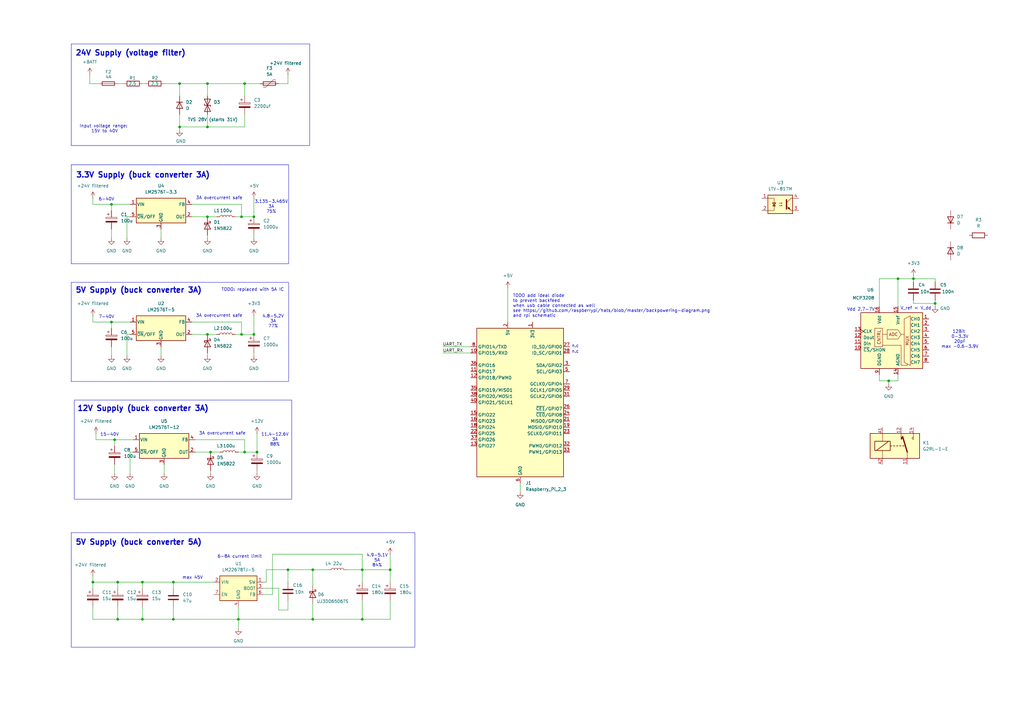
<source format=kicad_sch>
(kicad_sch (version 20231120) (generator "eeschema") (generator_version "8.0")
  (paper "A3")
  (lib_symbols
    (symbol "Analog_ADC:MCP3208" (pin_names (offset 1.016))
      (property "Reference" "U" (at -5.08 13.335 0))
      (property "Value" "MCP3208" (at -5.08 11.43 0))
      (symbol "MCP3208_0_0"
        (text "ADC" (at -0.635 1.27 0) (effects (font (size 1.27 1.27))))
        (text "CNTRL" (at 5.969 -2.921 900) (effects (font (size 1.27 1.27)) (justify left bottom)))
        (text "MUX" (at -6.35 -1.27 900) (effects (font (size 1.27 1.27))))
      )
      (symbol "MCP3208_0_1"
        (polyline (pts (xy -3.81 1.27) (xy -5.08 1.27)))
        (polyline (pts (xy 1.905 1.27) (xy 3.81 1.27)))
        (polyline (pts (xy -7.62 8.89) (xy -7.62 -11.43) (xy -5.08 -10.16) (xy -5.08 7.62) (xy -7.62 8.89)))
        (polyline (pts (xy 3.81 -3.175) (xy -3.81 -3.175) (xy -3.81 -11.43) (xy -6.35 -11.43) (xy -6.35 -10.795)))
        (polyline (pts (xy 1.905 3.175) (xy 1.905 -0.635) (xy -2.54 -0.635) (xy -3.81 1.27) (xy -2.54 3.175) (xy 1.905 3.175)))
        (rectangle (start 3.81 -3.81) (end 6.985 3.81))
        (rectangle (start 12.7 -12.7) (end -12.7 10.16) (stroke (width 0.254)) (fill (type background)))
      )
      (symbol "MCP3208_1_1"
        (pin input line (at -15.24 7.62 0) (length 2.54) (name "CH0") (number "1"))
        (pin input line (at 15.24 -5.08 180) (length 2.54) (name "~{CS}/SHDN") (number "10"))
        (pin input line (at 15.24 -2.54 180) (length 2.54) (name "Din") (number "11"))
        (pin output line (at 15.24 0 180) (length 2.54) (name "Dout") (number "12"))
        (pin input clock (at 15.24 2.54 180) (length 2.54) (name "CLK") (number "13"))
        (pin power_in line (at -2.54 -15.24 90) (length 2.54) (name "AGND") (number "14"))
        (pin power_in line (at -2.54 12.7 270) (length 2.54) (name "Vref") (number "15"))
        (pin power_in line (at 5.08 12.7 270) (length 2.54) (name "Vdd") (number "16"))
        (pin input line (at -15.24 5.08 0) (length 2.54) (name "CH1") (number "2"))
        (pin input line (at -15.24 2.54 0) (length 2.54) (name "CH2") (number "3"))
        (pin input line (at -15.24 0 0) (length 2.54) (name "CH3") (number "4"))
        (pin input line (at -15.24 -2.54 0) (length 2.54) (name "CH4") (number "5"))
        (pin input line (at -15.24 -5.08 0) (length 2.54) (name "CH5") (number "6"))
        (pin input line (at -15.24 -7.62 0) (length 2.54) (name "CH6") (number "7"))
        (pin input line (at -15.24 -10.16 0) (length 2.54) (name "CH7") (number "8"))
        (pin power_in line (at 5.08 -15.24 90) (length 2.54) (name "DGND") (number "9"))
      )
    )
    (symbol "Connector:Raspberry_Pi_2_3"
      (property "Reference" "J" (at -17.78 31.75 0))
      (property "Value" "Raspberry_Pi_2_3" (at 10.16 -31.75 0))
      (symbol "Raspberry_Pi_2_3_0_1"
        (rectangle (start -17.78 30.48) (end 17.78 -30.48) (stroke (width 0.254)) (fill (type background)))
      )
      (symbol "Raspberry_Pi_2_3_1_1"
        (pin power_in line (at 5.08 33.02 270) (length 2.54) (name "3V3") (number "1"))
        (pin bidirectional line (at -20.32 20.32 0) (length 2.54) (name "GPIO15/RXD") (number "10"))
        (pin bidirectional line (at -20.32 12.7 0) (length 2.54) (name "GPIO17") (number "11"))
        (pin bidirectional line (at -20.32 10.16 0) (length 2.54) (name "GPIO18/PWM0") (number "12"))
        (pin bidirectional line (at -20.32 -17.78 0) (length 2.54) (name "GPIO27") (number "13"))
        (pin passive line (at 0 -33.02 90) (length 2.54) hide (name "GND") (number "14"))
        (pin bidirectional line (at -20.32 -5.08 0) (length 2.54) (name "GPIO22") (number "15"))
        (pin bidirectional line (at -20.32 -7.62 0) (length 2.54) (name "GPIO23") (number "16"))
        (pin passive line (at 5.08 33.02 270) (length 2.54) hide (name "3V3") (number "17"))
        (pin bidirectional line (at -20.32 -10.16 0) (length 2.54) (name "GPIO24") (number "18"))
        (pin bidirectional line (at 20.32 -10.16 180) (length 2.54) (name "MOSI0/GPIO10") (number "19"))
        (pin power_in line (at -5.08 33.02 270) (length 2.54) (name "5V") (number "2"))
        (pin passive line (at 0 -33.02 90) (length 2.54) hide (name "GND") (number "20"))
        (pin bidirectional line (at 20.32 -7.62 180) (length 2.54) (name "MISO0/GPIO9") (number "21"))
        (pin bidirectional line (at -20.32 -12.7 0) (length 2.54) (name "GPIO25") (number "22"))
        (pin bidirectional line (at 20.32 -12.7 180) (length 2.54) (name "SCLK0/GPIO11") (number "23"))
        (pin bidirectional line (at 20.32 -5.08 180) (length 2.54) (name "~{CE0}/GPIO8") (number "24"))
        (pin passive line (at 0 -33.02 90) (length 2.54) hide (name "GND") (number "25"))
        (pin bidirectional line (at 20.32 -2.54 180) (length 2.54) (name "~{CE1}/GPIO7") (number "26"))
        (pin bidirectional line (at 20.32 22.86 180) (length 2.54) (name "ID_SD/GPIO0") (number "27"))
        (pin bidirectional line (at 20.32 20.32 180) (length 2.54) (name "ID_SC/GPIO1") (number "28"))
        (pin bidirectional line (at 20.32 5.08 180) (length 2.54) (name "GCLK1/GPIO5") (number "29"))
        (pin bidirectional line (at 20.32 15.24 180) (length 2.54) (name "SDA/GPIO2") (number "3"))
        (pin passive line (at 0 -33.02 90) (length 2.54) hide (name "GND") (number "30"))
        (pin bidirectional line (at 20.32 2.54 180) (length 2.54) (name "GCLK2/GPIO6") (number "31"))
        (pin bidirectional line (at 20.32 -17.78 180) (length 2.54) (name "PWM0/GPIO12") (number "32"))
        (pin bidirectional line (at 20.32 -20.32 180) (length 2.54) (name "PWM1/GPIO13") (number "33"))
        (pin passive line (at 0 -33.02 90) (length 2.54) hide (name "GND") (number "34"))
        (pin bidirectional line (at -20.32 5.08 0) (length 2.54) (name "GPIO19/MISO1") (number "35"))
        (pin bidirectional line (at -20.32 15.24 0) (length 2.54) (name "GPIO16") (number "36"))
        (pin bidirectional line (at -20.32 -15.24 0) (length 2.54) (name "GPIO26") (number "37"))
        (pin bidirectional line (at -20.32 2.54 0) (length 2.54) (name "GPIO20/MOSI1") (number "38"))
        (pin passive line (at 0 -33.02 90) (length 2.54) hide (name "GND") (number "39"))
        (pin passive line (at -5.08 33.02 270) (length 2.54) hide (name "5V") (number "4"))
        (pin bidirectional line (at -20.32 0 0) (length 2.54) (name "GPIO21/SCLK1") (number "40"))
        (pin bidirectional line (at 20.32 12.7 180) (length 2.54) (name "SCL/GPIO3") (number "5"))
        (pin power_in line (at 0 -33.02 90) (length 2.54) (name "GND") (number "6"))
        (pin bidirectional line (at 20.32 7.62 180) (length 2.54) (name "GCLK0/GPIO4") (number "7"))
        (pin bidirectional line (at -20.32 22.86 0) (length 2.54) (name "GPIO14/TXD") (number "8"))
        (pin passive line (at 0 -33.02 90) (length 2.54) hide (name "GND") (number "9"))
      )
    )
    (symbol "Device:C" (pin_numbers hide) (pin_names (offset 0.254))
      (property "Reference" "C" (at 0.635 2.54 0))
      (property "Value" "C" (at 0.635 -2.54 0))
      (symbol "C_0_1"
        (polyline (pts (xy -2.032 -0.762) (xy 2.032 -0.762)) (stroke (width 0.508)))
        (polyline (pts (xy -2.032 0.762) (xy 2.032 0.762)) (stroke (width 0.508)))
      )
      (symbol "C_1_1"
        (pin passive line (at 0 3.81 270) (length 2.794) (name "~") (number "1"))
        (pin passive line (at 0 -3.81 90) (length 2.794) (name "~") (number "2"))
      )
    )
    (symbol "Device:C_Polarized" (pin_numbers hide) (pin_names (offset 0.254))
      (property "Reference" "C" (at 0.635 2.54 0))
      (property "Value" "C_Polarized" (at 0.635 -2.54 0))
      (symbol "C_Polarized_0_1"
        (rectangle (start -2.286 0.508) (end 2.286 1.016))
        (polyline (pts (xy -1.778 2.286) (xy -0.762 2.286)))
        (polyline (pts (xy -1.27 2.794) (xy -1.27 1.778)))
        (rectangle (start 2.286 -0.508) (end -2.286 -1.016) (fill (type outline)))
      )
      (symbol "C_Polarized_1_1"
        (pin passive line (at 0 3.81 270) (length 2.794) (name "~") (number "1"))
        (pin passive line (at 0 -3.81 90) (length 2.794) (name "~") (number "2"))
      )
    )
    (symbol "Device:D" (pin_numbers hide) (pin_names (offset 1.016) hide)
      (property "Reference" "D" (at 0 2.54 0))
      (property "Value" "D" (at 0 -2.54 0))
      (symbol "D_0_1"
        (polyline (pts (xy -1.27 1.27) (xy -1.27 -1.27)) (stroke (width 0.254)))
        (polyline (pts (xy 1.27 0) (xy -1.27 0)))
        (polyline (pts (xy 1.27 1.27) (xy 1.27 -1.27) (xy -1.27 0) (xy 1.27 1.27)) (stroke (width 0.254)))
      )
      (symbol "D_1_1"
        (pin passive line (at -3.81 0 0) (length 2.54) (name "K") (number "1"))
        (pin passive line (at 3.81 0 180) (length 2.54) (name "A") (number "2"))
      )
    )
    (symbol "Device:D_Schottky" (pin_numbers hide) (pin_names (offset 1.016) hide)
      (property "Reference" "D" (at 0 2.54 0))
      (property "Value" "D_Schottky" (at 0 -2.54 0))
      (symbol "D_Schottky_0_1"
        (polyline (pts (xy 1.27 0) (xy -1.27 0)))
        (polyline (pts (xy 1.27 1.27) (xy 1.27 -1.27) (xy -1.27 0) (xy 1.27 1.27)) (stroke (width 0.254)))
        (polyline (pts (xy -1.905 0.635) (xy -1.905 1.27) (xy -1.27 1.27) (xy -1.27 -1.27) (xy -0.635 -1.27) (xy -0.635 -0.635)) (stroke (width 0.254)))
      )
      (symbol "D_Schottky_1_1"
        (pin passive line (at -3.81 0 0) (length 2.54) (name "K") (number "1"))
        (pin passive line (at 3.81 0 180) (length 2.54) (name "A") (number "2"))
      )
    )
    (symbol "Device:Fuse" (pin_numbers hide) (pin_names (offset 0))
      (property "Reference" "F" (at 2.032 0 90))
      (property "Value" "Fuse" (at -1.905 0 90))
      (symbol "Fuse_0_1"
        (rectangle (start -0.762 -2.54) (end 0.762 2.54) (stroke (width 0.254)))
        (polyline (pts (xy 0 2.54) (xy 0 -2.54)))
      )
      (symbol "Fuse_1_1"
        (pin passive line (at 0 3.81 270) (length 1.27) (name "~") (number "1"))
        (pin passive line (at 0 -3.81 90) (length 1.27) (name "~") (number "2"))
      )
    )
    (symbol "Device:L" (pin_numbers hide) (pin_names (offset 1.016) hide)
      (property "Reference" "L" (at -1.27 0 90))
      (property "Value" "L" (at 1.905 0 90))
      (symbol "L_0_1"
        (arc (start 0 -2.54) (mid 0.6323 -1.905) (end 0 -1.27))
        (arc (start 0 -1.27) (mid 0.6323 -0.635) (end 0 0))
        (arc (start 0 0) (mid 0.6323 0.635) (end 0 1.27))
        (arc (start 0 1.27) (mid 0.6323 1.905) (end 0 2.54))
      )
      (symbol "L_1_1"
        (pin passive line (at 0 3.81 270) (length 1.27) (name "1") (number "1"))
        (pin passive line (at 0 -3.81 90) (length 1.27) (name "2") (number "2"))
      )
    )
    (symbol "Device:Polyfuse" (pin_numbers hide) (pin_names (offset 0))
      (property "Reference" "F" (at -2.54 0 90))
      (property "Value" "Polyfuse" (at 2.54 0 90))
      (symbol "Polyfuse_0_1"
        (rectangle (start -0.762 2.54) (end 0.762 -2.54) (stroke (width 0.254)))
        (polyline (pts (xy 0 2.54) (xy 0 -2.54)))
        (polyline (pts (xy -1.524 2.54) (xy -1.524 1.524) (xy 1.524 -1.524) (xy 1.524 -2.54)))
      )
      (symbol "Polyfuse_1_1"
        (pin passive line (at 0 3.81 270) (length 1.27) (name "~") (number "1"))
        (pin passive line (at 0 -3.81 90) (length 1.27) (name "~") (number "2"))
      )
    )
    (symbol "Device:R" (pin_numbers hide) (pin_names (offset 0))
      (property "Reference" "R" (at 2.032 0 90))
      (property "Value" "R" (at 0 0 90))
      (symbol "R_0_1"
        (rectangle (start -1.016 -2.54) (end 1.016 2.54) (stroke (width 0.254)))
      )
      (symbol "R_1_1"
        (pin passive line (at 0 3.81 270) (length 1.27) (name "~") (number "1"))
        (pin passive line (at 0 -3.81 90) (length 1.27) (name "~") (number "2"))
      )
    )
    (symbol "Diode:1.5KExxCA" (pin_numbers hide) (pin_names (offset 1.016) hide)
      (property "Reference" "D" (at 0 2.54 0))
      (property "Value" "1.5KExxCA" (at 0 -2.54 0))
      (symbol "1.5KExxCA_0_1"
        (polyline (pts (xy 1.27 0) (xy -1.27 0)))
        (polyline (pts (xy -2.54 -1.27) (xy 0 0) (xy -2.54 1.27) (xy -2.54 -1.27)) (stroke (width 0.254)))
        (polyline (pts (xy 0.508 1.27) (xy 0 1.27) (xy 0 -1.27) (xy -0.508 -1.27)) (stroke (width 0.254)))
        (polyline (pts (xy 2.54 1.27) (xy 2.54 -1.27) (xy 0 0) (xy 2.54 1.27)) (stroke (width 0.254)))
      )
      (symbol "1.5KExxCA_1_1"
        (pin passive line (at -3.81 0 0) (length 2.54) (name "A1") (number "1"))
        (pin passive line (at 3.81 0 180) (length 2.54) (name "A2") (number "2"))
      )
    )
    (symbol "Diode:1N5822" (pin_numbers hide) (pin_names (offset 1.016) hide)
      (property "Reference" "D" (at 0 2.54 0))
      (property "Value" "1N5822" (at 0 -2.54 0))
      (symbol "1N5822_0_1"
        (polyline (pts (xy 1.27 0) (xy -1.27 0)))
        (polyline (pts (xy 1.27 1.27) (xy 1.27 -1.27) (xy -1.27 0) (xy 1.27 1.27)) (stroke (width 0.254)))
        (polyline (pts (xy -1.905 0.635) (xy -1.905 1.27) (xy -1.27 1.27) (xy -1.27 -1.27) (xy -0.635 -1.27) (xy -0.635 -0.635)) (stroke (width 0.254)))
      )
      (symbol "1N5822_1_1"
        (pin passive line (at -3.81 0 0) (length 2.54) (name "K") (number "1"))
        (pin passive line (at 3.81 0 180) (length 2.54) (name "A") (number "2"))
      )
    )
    (symbol "Isolator:LTV-817M" (pin_names (offset 1.016))
      (property "Reference" "U" (at -3.81 5.08 0))
      (property "Value" "LTV-817M" (at 0 -5.08 0))
      (symbol "LTV-817M_1_1"
        (rectangle (start -5.08 3.81) (end 5.08 -3.81) (stroke (width 0.254)) (fill (type background)))
        (polyline (pts (xy -3.175 -0.635) (xy -1.905 -0.635)) (stroke (width 0.254)))
        (polyline (pts (xy 2.54 0.635) (xy 4.445 2.54)))
        (polyline (pts (xy 4.445 -2.54) (xy 2.54 -0.635)) (fill (type outline)))
        (polyline (pts (xy 4.445 -2.54) (xy 5.08 -2.54)))
        (polyline (pts (xy 4.445 2.54) (xy 5.08 2.54)))
        (polyline (pts (xy -5.08 2.54) (xy -2.54 2.54) (xy -2.54 -0.762)))
        (polyline (pts (xy -2.54 -0.635) (xy -2.54 -2.54) (xy -5.08 -2.54)))
        (polyline (pts (xy 2.54 1.905) (xy 2.54 -1.905) (xy 2.54 -1.905)) (stroke (width 0.508)))
        (polyline (pts (xy -2.54 -0.635) (xy -3.175 0.635) (xy -1.905 0.635) (xy -2.54 -0.635)) (stroke (width 0.254)))
        (polyline (pts (xy -0.508 -0.508) (xy 0.762 -0.508) (xy 0.381 -0.635) (xy 0.381 -0.381) (xy 0.762 -0.508)))
        (polyline (pts (xy -0.508 0.508) (xy 0.762 0.508) (xy 0.381 0.381) (xy 0.381 0.635) (xy 0.762 0.508)))
        (polyline (pts (xy 3.048 -1.651) (xy 3.556 -1.143) (xy 4.064 -2.159) (xy 3.048 -1.651) (xy 3.048 -1.651)) (fill (type outline)))
        (pin passive line (at -7.62 2.54 0) (length 2.54) (name "~") (number "1"))
        (pin passive line (at -7.62 -2.54 0) (length 2.54) (name "~") (number "2"))
        (pin passive line (at 7.62 -2.54 180) (length 2.54) (name "~") (number "3"))
        (pin passive line (at 7.62 2.54 180) (length 2.54) (name "~") (number "4"))
      )
    )
    (symbol "Regulator_Switching:LM22678TJ-5"
      (property "Reference" "U" (at -6.35 6.35 0))
      (property "Value" "LM22678TJ-5" (at 5.08 6.35 0))
      (symbol "LM22678TJ-5_0_1"
        (rectangle (start -7.62 5.08) (end 7.62 -5.08) (stroke (width 0.254)) (fill (type background)))
      )
      (symbol "LM22678TJ-5_1_1"
        (pin power_out line (at 10.16 2.54 180) (length 2.54) (name "SW") (number "1"))
        (pin power_in line (at -10.16 2.54 0) (length 2.54) (name "VIN") (number "2"))
        (pin passive line (at 10.16 0 180) (length 2.54) (name "BOOT") (number "3"))
        (pin power_in line (at 0 -7.62 90) (length 2.54) (name "GND") (number "4"))
        (pin no_connect line (at -7.62 0 0) (length 2.54) hide (name "NC") (number "5"))
        (pin input line (at 10.16 -2.54 180) (length 2.54) (name "FB") (number "6"))
        (pin input line (at -10.16 -2.54 0) (length 2.54) (name "EN") (number "7"))
        (pin passive line (at 0 -7.62 90) (length 2.54) hide (name "GND") (number "8"))
      )
    )
    (symbol "Regulator_Switching:LM2576T-12" (pin_names (offset 0.254))
      (property "Reference" "U" (at -10.16 6.35 0))
      (property "Value" "LM2576T-12" (at 0 6.35 0))
      (symbol "LM2576T-12_0_1"
        (rectangle (start -10.16 5.08) (end 10.16 -5.08) (stroke (width 0.254)) (fill (type background)))
      )
      (symbol "LM2576T-12_1_1"
        (pin power_in line (at -12.7 2.54 0) (length 2.54) (name "VIN") (number "1"))
        (pin output line (at 12.7 -2.54 180) (length 2.54) (name "OUT") (number "2"))
        (pin power_in line (at 0 -7.62 90) (length 2.54) (name "GND") (number "3"))
        (pin input line (at 12.7 2.54 180) (length 2.54) (name "FB") (number "4"))
        (pin input line (at -12.7 -2.54 0) (length 2.54) (name "~{ON}/OFF") (number "5"))
      )
    )
    (symbol "Regulator_Switching:LM2576T-3.3" (pin_names (offset 0.254))
      (property "Reference" "U" (at -10.16 6.35 0))
      (property "Value" "LM2576T-3.3" (at 0 6.35 0))
      (symbol "LM2576T-3.3_0_1"
        (rectangle (start -10.16 5.08) (end 10.16 -5.08) (stroke (width 0.254)) (fill (type background)))
      )
      (symbol "LM2576T-3.3_1_1"
        (pin power_in line (at -12.7 2.54 0) (length 2.54) (name "VIN") (number "1"))
        (pin output line (at 12.7 -2.54 180) (length 2.54) (name "OUT") (number "2"))
        (pin power_in line (at 0 -7.62 90) (length 2.54) (name "GND") (number "3"))
        (pin input line (at 12.7 2.54 180) (length 2.54) (name "FB") (number "4"))
        (pin input line (at -12.7 -2.54 0) (length 2.54) (name "~{ON}/OFF") (number "5"))
      )
    )
    (symbol "Regulator_Switching:LM2576T-5" (pin_names (offset 0.254))
      (property "Reference" "U" (at -10.16 6.35 0))
      (property "Value" "LM2576T-5" (at 0 6.35 0))
      (symbol "LM2576T-5_0_1"
        (rectangle (start -10.16 5.08) (end 10.16 -5.08) (stroke (width 0.254)) (fill (type background)))
      )
      (symbol "LM2576T-5_1_1"
        (pin power_in line (at -12.7 2.54 0) (length 2.54) (name "VIN") (number "1"))
        (pin output line (at 12.7 -2.54 180) (length 2.54) (name "OUT") (number "2"))
        (pin power_in line (at 0 -7.62 90) (length 2.54) (name "GND") (number "3"))
        (pin input line (at 12.7 2.54 180) (length 2.54) (name "FB") (number "4"))
        (pin input line (at -12.7 -2.54 0) (length 2.54) (name "~{ON}/OFF") (number "5"))
      )
    )
    (symbol "Relay:G2RL-1-E"
      (property "Reference" "K" (at 11.43 3.81 0))
      (property "Value" "G2RL-1-E" (at 11.43 1.27 0))
      (symbol "G2RL-1-E_0_0"
        (polyline (pts (xy 7.62 5.08) (xy 7.62 2.54) (xy 6.985 3.175) (xy 7.62 3.81)))
      )
      (symbol "G2RL-1-E_0_1"
        (rectangle (start -10.16 5.08) (end 10.16 -5.08) (stroke (width 0.254)) (fill (type background)))
        (rectangle (start -8.255 1.905) (end -1.905 -1.905) (stroke (width 0.254)))
        (polyline (pts (xy -7.62 -1.905) (xy -2.54 1.905)) (stroke (width 0.254)))
        (polyline (pts (xy -5.08 -5.08) (xy -5.08 -1.905)))
        (polyline (pts (xy -5.08 5.08) (xy -5.08 1.905)))
        (polyline (pts (xy -1.905 0) (xy -1.27 0)) (stroke (width 0.254)))
        (polyline (pts (xy -0.635 0) (xy 0 0)) (stroke (width 0.254)))
        (polyline (pts (xy 0.635 0) (xy 1.27 0)) (stroke (width 0.254)))
        (polyline (pts (xy 1.905 0) (xy 2.54 0)) (stroke (width 0.254)))
        (polyline (pts (xy 3.175 0) (xy 3.81 0)) (stroke (width 0.254)))
        (polyline (pts (xy 5.08 -2.54) (xy 3.175 3.81)) (stroke (width 0.508)))
        (polyline (pts (xy 5.08 -2.54) (xy 5.08 -5.08)))
        (polyline (pts (xy 2.54 5.08) (xy 2.54 2.54) (xy 3.175 3.175) (xy 2.54 3.81)) (fill (type outline)))
      )
      (symbol "G2RL-1-E_1_1"
        (pin passive line (at 5.08 -7.62 90) (length 2.54) (name "~") (number "11"))
        (pin passive line (at 2.54 7.62 270) (length 2.54) (name "~") (number "12"))
        (pin passive line (at 7.62 7.62 270) (length 2.54) (name "~") (number "14"))
        (pin passive line (at -5.08 7.62 270) (length 2.54) (name "~") (number "A1"))
        (pin passive line (at -5.08 -7.62 90) (length 2.54) (name "~") (number "A2"))
      )
    )
    (symbol "power:+12V" (power) (pin_numbers hide) (pin_names (offset 0) hide)
      (property "Value" "+12V" (at 0 3.556 0))
      (symbol "+12V_0_1"
        (polyline (pts (xy -0.762 1.27) (xy 0 2.54)))
        (polyline (pts (xy 0 0) (xy 0 2.54)))
        (polyline (pts (xy 0 2.54) (xy 0.762 1.27)))
      )
      (symbol "+12V_1_1"
        (pin power_in line (at 0 0 90) (length 0) (name "~") (number "1"))
      )
    )
    (symbol "power:+24V" (power) (pin_numbers hide) (pin_names (offset 0) hide)
      (property "Value" "+24V" (at 0 3.556 0))
      (symbol "+24V_0_1"
        (polyline (pts (xy -0.762 1.27) (xy 0 2.54)))
        (polyline (pts (xy 0 0) (xy 0 2.54)))
        (polyline (pts (xy 0 2.54) (xy 0.762 1.27)))
      )
      (symbol "+24V_1_1"
        (pin power_in line (at 0 0 90) (length 0) (name "~") (number "1"))
      )
    )
    (symbol "power:+3V3" (power) (pin_numbers hide) (pin_names (offset 0) hide)
      (property "Value" "+3V3" (at 0 3.556 0))
      (symbol "+3V3_0_1"
        (polyline (pts (xy -0.762 1.27) (xy 0 2.54)))
        (polyline (pts (xy 0 0) (xy 0 2.54)))
        (polyline (pts (xy 0 2.54) (xy 0.762 1.27)))
      )
      (symbol "+3V3_1_1"
        (pin power_in line (at 0 0 90) (length 0) (name "~") (number "1"))
      )
    )
    (symbol "power:+5V" (power) (pin_numbers hide) (pin_names (offset 0) hide)
      (property "Value" "+5V" (at 0 3.556 0))
      (symbol "+5V_0_1"
        (polyline (pts (xy -0.762 1.27) (xy 0 2.54)))
        (polyline (pts (xy 0 0) (xy 0 2.54)))
        (polyline (pts (xy 0 2.54) (xy 0.762 1.27)))
      )
      (symbol "+5V_1_1"
        (pin power_in line (at 0 0 90) (length 0) (name "~") (number "1"))
      )
    )
    (symbol "power:+BATT" (power) (pin_numbers hide) (pin_names (offset 0) hide)
      (property "Value" "+BATT" (at 0 3.556 0))
      (symbol "+BATT_0_1"
        (polyline (pts (xy -0.762 1.27) (xy 0 2.54)))
        (polyline (pts (xy 0 0) (xy 0 2.54)))
        (polyline (pts (xy 0 2.54) (xy 0.762 1.27)))
      )
      (symbol "+BATT_1_1"
        (pin power_in line (at 0 0 90) (length 0) (name "~") (number "1"))
      )
    )
    (symbol "power:GND" (power) (pin_numbers hide) (pin_names (offset 0) hide)
      (property "Value" "GND" (at 0 -3.81 0))
      (symbol "GND_0_1"
        (polyline (pts (xy 0 0) (xy 0 -1.27) (xy 1.27 -1.27) (xy 0 -2.54) (xy -1.27 -1.27) (xy 0 -1.27)))
      )
      (symbol "GND_1_1"
        (pin power_in line (at 0 0 270) (length 0) (name "~") (number "1"))
      )
    )
  )
  (junction (at 45.72 132.08))
  (junction (at 48.26 254))
  (junction (at 71.12 238.76))
  (junction (at 104.14 137.16))
  (junction (at 85.09 34.29))
  (junction (at 128.27 233.68))
  (junction (at 364.49 156.21))
  (junction (at 48.26 238.76))
  (junction (at 58.42 238.76))
  (junction (at 374.65 114.3))
  (junction (at 71.12 254))
  (junction (at 105.41 185.42))
  (junction (at 104.14 88.9))
  (junction (at 45.72 83.82))
  (junction (at 99.06 137.16))
  (junction (at 368.3 114.3))
  (junction (at 100.33 185.42))
  (junction (at 160.02 233.68))
  (junction (at 73.66 52.07))
  (junction (at 383.54 124.46))
  (junction (at 58.42 254))
  (junction (at 148.59 254))
  (junction (at 99.06 88.9))
  (junction (at 85.09 137.16))
  (junction (at 46.99 180.34))
  (junction (at 148.59 233.68))
  (junction (at 38.1 238.76))
  (junction (at 128.27 254))
  (junction (at 86.36 185.42))
  (junction (at 85.09 88.9))
  (junction (at 73.66 34.29))
  (junction (at 100.33 34.29))
  (junction (at 85.09 52.07))
  (junction (at 118.11 233.68))
  (junction (at 97.79 254))
  (wire (pts (xy 383.54 123.19) (xy 383.54 124.46)))
  (wire (pts (xy 99.06 132.08) (xy 99.06 137.16)))
  (wire (pts (xy 128.27 247.65) (xy 128.27 254)))
  (wire (pts (xy 360.68 125.73) (xy 360.68 114.3)))
  (wire (pts (xy 45.72 83.82) (xy 53.34 83.82)))
  (wire (pts (xy 99.06 137.16) (xy 104.14 137.16)))
  (wire (pts (xy 52.07 97.79) (xy 52.07 88.9)))
  (wire (pts (xy 38.1 132.08) (xy 45.72 132.08)))
  (wire (pts (xy 148.59 233.68) (xy 148.59 238.76)))
  (wire (pts (xy 52.07 137.16) (xy 53.34 137.16)))
  (wire (pts (xy 148.59 233.68) (xy 160.02 233.68)))
  (wire (pts (xy 105.41 193.04) (xy 105.41 194.31)))
  (wire (pts (xy 160.02 246.38) (xy 160.02 254)))
  (wire (pts (xy 73.66 34.29) (xy 73.66 39.37)))
  (wire (pts (xy 374.65 124.46) (xy 383.54 124.46)))
  (wire (pts (xy 85.09 88.9) (xy 88.9 88.9)))
  (wire (pts (xy 71.12 254) (xy 97.79 254)))
  (wire (pts (xy 142.24 233.68) (xy 148.59 233.68)))
  (wire (pts (xy 73.66 52.07) (xy 73.66 53.34)))
  (wire (pts (xy 39.37 177.8) (xy 39.37 180.34)))
  (wire (pts (xy 45.72 142.24) (xy 45.72 146.05)))
  (wire (pts (xy 86.36 185.42) (xy 80.01 185.42)))
  (wire (pts (xy 364.49 156.21) (xy 368.3 156.21)))
  (wire (pts (xy 213.36 198.12) (xy 213.36 201.93)))
  (wire (pts (xy 208.28 118.11) (xy 208.28 132.08)))
  (wire (pts (xy 36.83 30.48) (xy 36.83 34.29)))
  (wire (pts (xy 85.09 137.16) (xy 88.9 137.16)))
  (wire (pts (xy 96.52 88.9) (xy 99.06 88.9)))
  (wire (pts (xy 58.42 254) (xy 71.12 254)))
  (wire (pts (xy 118.11 233.68) (xy 118.11 238.76)))
  (wire (pts (xy 160.02 254) (xy 148.59 254)))
  (wire (pts (xy 58.42 248.92) (xy 58.42 254)))
  (wire (pts (xy 38.1 238.76) (xy 38.1 241.3)))
  (wire (pts (xy 52.07 88.9) (xy 53.34 88.9)))
  (wire (pts (xy 86.36 185.42) (xy 90.17 185.42)))
  (wire (pts (xy 46.99 180.34) (xy 46.99 182.88)))
  (wire (pts (xy 45.72 83.82) (xy 45.72 86.36)))
  (wire (pts (xy 78.74 83.82) (xy 99.06 83.82)))
  (wire (pts (xy 48.26 254) (xy 58.42 254)))
  (wire (pts (xy 100.33 185.42) (xy 105.41 185.42)))
  (wire (pts (xy 111.76 227.33) (xy 148.59 227.33)))
  (wire (pts (xy 104.14 81.28) (xy 104.14 88.9)))
  (wire (pts (xy 53.34 185.42) (xy 54.61 185.42)))
  (wire (pts (xy 100.33 180.34) (xy 100.33 185.42)))
  (wire (pts (xy 99.06 83.82) (xy 99.06 88.9)))
  (wire (pts (xy 100.33 52.07) (xy 85.09 52.07)))
  (wire (pts (xy 368.3 156.21) (xy 368.3 153.67)))
  (wire (pts (xy 100.33 34.29) (xy 85.09 34.29)))
  (wire (pts (xy 39.37 180.34) (xy 46.99 180.34)))
  (wire (pts (xy 73.66 52.07) (xy 73.66 46.99)))
  (wire (pts (xy 38.1 129.54) (xy 38.1 132.08)))
  (wire (pts (xy 78.74 132.08) (xy 99.06 132.08)))
  (wire (pts (xy 66.04 93.98) (xy 66.04 97.79)))
  (wire (pts (xy 58.42 238.76) (xy 58.42 241.3)))
  (wire (pts (xy 109.22 233.68) (xy 118.11 233.68)))
  (wire (pts (xy 128.27 233.68) (xy 128.27 240.03)))
  (wire (pts (xy 181.61 144.78) (xy 193.04 144.78)))
  (wire (pts (xy 128.27 233.68) (xy 134.62 233.68)))
  (wire (pts (xy 58.42 238.76) (xy 71.12 238.76)))
  (wire (pts (xy 52.07 146.05) (xy 52.07 137.16)))
  (wire (pts (xy 364.49 156.21) (xy 364.49 157.48)))
  (wire (pts (xy 160.02 227.33) (xy 160.02 233.68)))
  (wire (pts (xy 109.22 238.76) (xy 109.22 233.68)))
  (wire (pts (xy 45.72 132.08) (xy 53.34 132.08)))
  (wire (pts (xy 97.79 257.81) (xy 97.79 254)))
  (wire (pts (xy 85.09 88.9) (xy 78.74 88.9)))
  (wire (pts (xy 383.54 115.57) (xy 383.54 114.3)))
  (wire (pts (xy 118.11 246.38) (xy 118.11 250.19)))
  (wire (pts (xy 38.1 248.92) (xy 38.1 254)))
  (wire (pts (xy 38.1 81.28) (xy 38.1 83.82)))
  (wire (pts (xy 85.09 96.52) (xy 85.09 97.79)))
  (wire (pts (xy 114.3 241.3) (xy 114.3 250.19)))
  (wire (pts (xy 38.1 238.76) (xy 48.26 238.76)))
  (wire (pts (xy 99.06 88.9) (xy 104.14 88.9)))
  (wire (pts (xy 97.79 254) (xy 128.27 254)))
  (wire (pts (xy 53.34 194.31) (xy 53.34 185.42)))
  (wire (pts (xy 148.59 227.33) (xy 148.59 233.68)))
  (wire (pts (xy 45.72 132.08) (xy 45.72 134.62)))
  (wire (pts (xy 181.61 142.24) (xy 193.04 142.24)))
  (wire (pts (xy 368.3 114.3) (xy 374.65 114.3)))
  (wire (pts (xy 383.54 114.3) (xy 374.65 114.3)))
  (wire (pts (xy 71.12 238.76) (xy 71.12 241.3)))
  (wire (pts (xy 368.3 125.73) (xy 368.3 114.3)))
  (wire (pts (xy 67.31 34.29) (xy 73.66 34.29)))
  (wire (pts (xy 160.02 233.68) (xy 160.02 238.76)))
  (wire (pts (xy 67.31 190.5) (xy 67.31 194.31)))
  (wire (pts (xy 96.52 137.16) (xy 99.06 137.16)))
  (wire (pts (xy 58.42 34.29) (xy 59.69 34.29)))
  (wire (pts (xy 100.33 34.29) (xy 100.33 39.37)))
  (wire (pts (xy 71.12 238.76) (xy 87.63 238.76)))
  (wire (pts (xy 85.09 34.29) (xy 85.09 39.37)))
  (wire (pts (xy 85.09 144.78) (xy 85.09 146.05)))
  (wire (pts (xy 148.59 246.38) (xy 148.59 254)))
  (wire (pts (xy 85.09 137.16) (xy 78.74 137.16)))
  (wire (pts (xy 109.22 238.76) (xy 107.95 238.76)))
  (wire (pts (xy 114.3 250.19) (xy 118.11 250.19)))
  (wire (pts (xy 100.33 46.99) (xy 100.33 52.07)))
  (wire (pts (xy 36.83 34.29) (xy 40.64 34.29)))
  (wire (pts (xy 85.09 46.99) (xy 85.09 52.07)))
  (wire (pts (xy 86.36 193.04) (xy 86.36 194.31)))
  (wire (pts (xy 104.14 144.78) (xy 104.14 146.05)))
  (wire (pts (xy 383.54 125.73) (xy 383.54 124.46)))
  (wire (pts (xy 118.11 233.68) (xy 128.27 233.68)))
  (wire (pts (xy 38.1 236.22) (xy 38.1 238.76)))
  (wire (pts (xy 111.76 243.84) (xy 107.95 243.84)))
  (wire (pts (xy 360.68 153.67) (xy 360.68 156.21)))
  (wire (pts (xy 46.99 190.5) (xy 46.99 194.31)))
  (wire (pts (xy 48.26 248.92) (xy 48.26 254)))
  (wire (pts (xy 105.41 177.8) (xy 105.41 185.42)))
  (wire (pts (xy 360.68 156.21) (xy 364.49 156.21)))
  (wire (pts (xy 100.33 34.29) (xy 106.68 34.29)))
  (wire (pts (xy 66.04 142.24) (xy 66.04 146.05)))
  (wire (pts (xy 97.79 185.42) (xy 100.33 185.42)))
  (wire (pts (xy 360.68 114.3) (xy 368.3 114.3)))
  (wire (pts (xy 104.14 96.52) (xy 104.14 97.79)))
  (wire (pts (xy 80.01 180.34) (xy 100.33 180.34)))
  (wire (pts (xy 45.72 93.98) (xy 45.72 97.79)))
  (wire (pts (xy 374.65 123.19) (xy 374.65 124.46)))
  (wire (pts (xy 46.99 180.34) (xy 54.61 180.34)))
  (wire (pts (xy 118.11 30.48) (xy 118.11 34.29)))
  (wire (pts (xy 114.3 34.29) (xy 118.11 34.29)))
  (wire (pts (xy 48.26 34.29) (xy 50.8 34.29)))
  (wire (pts (xy 148.59 254) (xy 128.27 254)))
  (wire (pts (xy 48.26 238.76) (xy 58.42 238.76)))
  (wire (pts (xy 374.65 114.3) (xy 374.65 115.57)))
  (wire (pts (xy 73.66 34.29) (xy 85.09 34.29)))
  (wire (pts (xy 48.26 238.76) (xy 48.26 241.3)))
  (wire (pts (xy 38.1 83.82) (xy 45.72 83.82)))
  (wire (pts (xy 374.65 113.03) (xy 374.65 114.3)))
  (wire (pts (xy 71.12 248.92) (xy 71.12 254)))
  (wire (pts (xy 73.66 52.07) (xy 85.09 52.07)))
  (wire (pts (xy 97.79 254) (xy 97.79 248.92)))
  (wire (pts (xy 38.1 254) (xy 48.26 254)))
  (wire (pts (xy 111.76 227.33) (xy 111.76 243.84)))
  (wire (pts (xy 104.14 129.54) (xy 104.14 137.16)))
  (wire (pts (xy 107.95 241.3) (xy 114.3 241.3)))
  (rectangle (start 29.21 218.44) (end 170.18 265.43))
  (rectangle (start 30.48 164.084) (end 119.634 204.724))
  (rectangle (start 29.21 67.564) (end 118.364 108.204))
  (rectangle (start 29.21 115.824) (end 118.364 156.464))
  (rectangle (start 29.21 18.034) (end 127 59.69))
  (text "TODO: replaced with 5A IC" (at 103.632 118.872 0) (effects (font (size 1.27 1.27))))
  (text "3A overcurrent safe" (at 89.916 129.54 0) (effects (font (size 1.27 1.27))))
  (text "5V Supply (buck converter 3A)" (at 56.896 119.126 0) (effects (font (size 2.2 2.2) (thickness 0.44) (bold yes))))
  (text "3A overcurrent safe" (at 89.916 81.28 0) (effects (font (size 1.27 1.27))))
  (text "4.8-5.2V\n3A\n77%" (at 112.014 131.826 0) (effects (font (size 1.27 1.27))))
  (text "7-40V" (at 43.688 130.048 0) (effects (font (size 1.27 1.27))))
  (text "5V Supply (buck converter 5A)" (at 56.896 222.504 0) (effects (font (size 2.2 2.2) (thickness 0.44) (bold yes))))
  (text "max 45V" (at 78.994 236.982 0) (effects (font (size 1.27 1.27))))
  (text "3.135-3.465V\n3A\n75%" (at 111.252 84.836 0) (effects (font (size 1.27 1.27))))
  (text "n.c" (at 235.966 141.986 0) (effects (font (size 1.27 1.27))))
  (text "6-40V" (at 43.688 81.788 0) (effects (font (size 1.27 1.27))))
  (text "11.4-12.6V\n3A\n88%" (at 112.776 180.34 0) (effects (font (size 1.27 1.27))))
  (text "Input voltage range: \n15V to 40V" (at 42.926 52.832 0) (effects (font (size 1.27 1.27))))
  (text "n.c" (at 235.966 144.272 0) (effects (font (size 1.27 1.27))))
  (text "4.9-5.1V\n5A\n84%" (at 154.686 229.87 0) (effects (font (size 1.27 1.27))))
  (text "6-8A current limit" (at 98.298 228.346 0) (effects (font (size 1.27 1.27))))
  (text "12Bit \n0-3.3V\n20pF\nmax -0.6-3.9V" (at 393.7 139.192 0) (effects (font (size 1.27 1.27))))
  (text "3A overcurrent safe" (at 91.186 177.8 0) (effects (font (size 1.27 1.27))))
  (text "12V Supply (buck converter 3A)" (at 58.674 167.64 0) (effects (font (size 2.2 2.2) (thickness 0.44) (bold yes))))
  (text "V_ref < V_dd" (at 375.666 126.492 0) (effects (font (size 1.27 1.27))))
  (text "24V Supply (voltage filter)" (at 53.594 21.844 0) (effects (font (size 2.2 2.2) (thickness 0.44) (bold yes))))
  (text "3.3V Supply (buck converter 3A)" (at 58.674 71.882 0) (effects (font (size 2.2 2.2) (thickness 0.44) (bold yes))))
  (text "TODO add ideal diode \nto prevent backfeed \nwhen usb cable connected as well\nsee https://github.com/raspberrypi/hats/blob/master/backpowering-diagram.png\nand rpi schematic" (at 210.312 125.476 0) (effects (font (size 1.27 1.27)) (justify left)))
  (text "Vdd 2.7-7V" (at 353.06 127 0) (effects (font (size 1.27 1.27))))
  (text "15-40V" (at 44.958 178.308 0) (effects (font (size 1.27 1.27))))
  (label "UART_RX" (at 181.61 144.78 0))
  (label "UART_TX" (at 181.61 142.24 0))
  (symbol (lib_id "power:GND") (at 85.09 146.05 0) (unit 1)
    (property "Reference" "#PWR015" (effects (hide yes)))
    (property "Value" "GND" (at 85.09 151.13 0))
    (property "Description" "Power symbol creates a global label with name \"GND\" , ground" (effects (hide yes)))
  )
  (symbol (lib_id "power:GND") (at 52.07 97.79 0) (unit 1)
    (property "Reference" "#PWR03" (effects (hide yes)))
    (property "Value" "GND" (at 52.07 102.87 0))
    (property "Description" "Power symbol creates a global label with name \"GND\" , ground" (effects (hide yes)))
  )
  (symbol (lib_id "power:+24V") (at 38.1 236.22 0) (unit 1)
    (property "Reference" "#PWR026" (effects (hide yes)))
    (property "Value" "+24V filtered" (at 37.084 231.648 0))
    (property "Description" "Power symbol creates a global label with name \"+24V\"" (effects (hide yes)))
  )
  (symbol (lib_id "Diode:1N5822") (at 85.09 140.97 270) (unit 1)
    (property "Reference" "D4" (at 87.63 139.3824 90) (effects (justify left)))
    (property "Value" "1N5822" (at 87.63 141.9224 90) (effects (justify left)))
    (property "Footprint" "Diode_THT:D_DO-201AD_P15.24mm_Horizontal" (effects (hide yes)))
    (property "Datasheet" "http://www.vishay.com/docs/88526/1n5820.pdf" (effects (hide yes)))
    (property "Description" "40V 3A Schottky Barrier Rectifier Diode, DO-201AD" (effects (hide yes)))
  )
  (symbol (lib_id "Regulator_Switching:LM2576T-3.3") (at 66.04 86.36 0) (unit 1)
    (property "Reference" "U4" (at 66.04 76.2 0))
    (property "Value" "LM2576T-3.3" (at 66.04 78.74 0))
    (property "Footprint" "Package_TO_SOT_THT:TO-220-5_Vertical" (effects (hide yes)))
    (property "Datasheet" "http://www.ti.com/lit/ds/symlink/lm2576.pdf" (effects (hide yes)))
    (property "Description" "3.3V, 3A SIMPLE SWITCHER® Step-Down Voltage Regulator, TO-220-5" (effects (hide yes)))
  )
  (symbol (lib_id "Device:C_Polarized") (at 38.1 245.11 0) (unit 1)
    (property "Reference" "C11" (at 41.91 242.9509 0) (effects (justify left)))
    (property "Value" "15u" (at 41.91 245.4909 0) (effects (justify left)))
    (property "Description" "Polarized capacitor" (effects (hide yes)))
  )
  (symbol (lib_id "Regulator_Switching:LM2576T-5") (at 66.04 134.62 0) (unit 1)
    (property "Reference" "U2" (at 66.04 124.46 0))
    (property "Value" "LM2576T-5" (at 66.04 127 0))
    (property "Footprint" "Package_TO_SOT_THT:TO-220-5_Vertical" (effects (hide yes)))
    (property "Datasheet" "http://www.ti.com/lit/ds/symlink/lm2576.pdf" (effects (hide yes)))
    (property "Description" "5V, 3A SIMPLE SWITCHER® Step-Down Voltage Regulator, TO-220-5" (effects (hide yes)))
  )
  (symbol (lib_id "power:+24V") (at 39.37 177.8 0) (unit 1)
    (property "Reference" "#PWR018" (effects (hide yes)))
    (property "Value" "+24V filtered" (at 39.37 172.72 0))
    (property "Description" "Power symbol creates a global label with name \"+24V\"" (effects (hide yes)))
  )
  (symbol (lib_id "power:GND") (at 67.31 194.31 0) (unit 1)
    (property "Reference" "#PWR021" (effects (hide yes)))
    (property "Value" "GND" (at 67.31 199.39 0))
    (property "Description" "Power symbol creates a global label with name \"GND\" , ground" (effects (hide yes)))
  )
  (symbol (lib_id "Device:C_Polarized") (at 100.33 43.18 0) (unit 1)
    (property "Reference" "C3" (at 104.14 41.0209 0) (effects (justify left)))
    (property "Value" "2200uf" (at 104.14 43.5609 0) (effects (justify left)))
    (property "Footprint" "Capacitor_THT:CP_Radial_D18.0mm_P7.50mm" (effects (hide yes)))
    (property "Description" "Polarized capacitor" (effects (hide yes)))
  )
  (symbol (lib_id "power:+24V") (at 38.1 129.54 0) (unit 1)
    (property "Reference" "#PWR011" (effects (hide yes)))
    (property "Value" "+24V filtered" (at 38.1 124.46 0))
    (property "Description" "Power symbol creates a global label with name \"+24V\"" (effects (hide yes)))
  )
  (symbol (lib_id "power:GND") (at 85.09 97.79 0) (unit 1)
    (property "Reference" "#PWR05" (effects (hide yes)))
    (property "Value" "GND" (at 85.09 102.87 0))
    (property "Description" "Power symbol creates a global label with name \"GND\" , ground" (effects (hide yes)))
  )
  (symbol (lib_id "Device:C") (at 383.54 119.38 0) (unit 1)
    (property "Reference" "C5" (at 385.572 116.84 0) (effects (justify left)))
    (property "Value" "100n" (at 386.334 119.634 0) (effects (justify left)))
    (property "Description" "Unpolarized capacitor" (effects (hide yes)))
  )
  (symbol (lib_id "Device:L") (at 92.71 88.9 90) (unit 1)
    (property "Reference" "L1" (at 88.9 86.36 90))
    (property "Value" "100u" (at 92.71 86.36 90))
    (property "Footprint" "Inductor_THT:L_Radial_D8.7mm_P5.00mm_Fastron_07HCP" (effects (hide yes)))
    (property "Description" "Inductor" (effects (hide yes)))
  )
  (symbol (lib_id "power:+12V") (at 105.41 177.8 0) (unit 1)
    (property "Reference" "#PWR016" (effects (hide yes)))
    (property "Value" "+12V" (at 105.41 172.72 0))
    (property "Description" "Power symbol creates a global label with name \"+12V\"" (effects (hide yes)))
  )
  (symbol (lib_id "power:GND") (at 45.72 146.05 0) (unit 1)
    (property "Reference" "#PWR012" (effects (hide yes)))
    (property "Value" "GND" (at 45.72 151.13 0))
    (property "Description" "Power symbol creates a global label with name \"GND\" , ground" (effects (hide yes)))
  )
  (symbol (lib_id "Connector:Raspberry_Pi_2_3") (at 213.36 165.1 0) (unit 1)
    (property "Reference" "J1" (at 215.5541 198.12 0) (effects (justify left)))
    (property "Value" "Raspberry_Pi_2_3" (at 215.5541 200.66 0) (effects (justify left)))
    (property "Datasheet" "https://www.raspberrypi.org/documentation/hardware/raspberrypi/schematics/rpi_SCH_3bplus_1p0_reduced.pdf" (effects (hide yes)))
    (property "Description" "expansion header for Raspberry Pi 2 & 3" (effects (hide yes)))
  )
  (symbol (lib_id "Device:R") (at 54.61 34.29 90) (unit 1)
    (property "Reference" "R1" (at 54.356 32.004 90))
    (property "Value" "2.5" (at 54.356 34.29 90))
    (property "Footprint" "Resistor_THT:R_Axial_DIN0922_L20.0mm_D9.0mm_P25.40mm_Horizontal" (effects (hide yes)))
    (property "Description" "Resistor" (effects (hide yes)))
  )
  (symbol (lib_id "Device:D") (at 389.89 102.87 270) (unit 1)
    (property "Reference" "D8" (at 392.43 101.5999 90) (effects (justify left)))
    (property "Value" "D" (at 392.43 104.1399 90) (effects (justify left)))
    (property "Description" "Diode" (effects (hide yes)))
    (property "Sim.Device" "D" (effects (hide yes)))
    (property "Sim.Pins" "1=K 2=A" (effects (hide yes)))
  )
  (symbol (lib_id "Device:R") (at 63.5 34.29 90) (unit 1)
    (property "Reference" "R2" (at 63.5 32.004 90))
    (property "Value" "2.5" (at 63.5 34.29 90))
    (property "Footprint" "Resistor_THT:R_Axial_DIN0922_L20.0mm_D9.0mm_P25.40mm_Horizontal" (effects (hide yes)))
    (property "Description" "Resistor" (effects (hide yes)))
  )
  (symbol (lib_id "power:GND") (at 213.36 201.93 0) (unit 1)
    (property "Reference" "#PWR028" (effects (hide yes)))
    (property "Value" "GND" (at 213.36 207.01 0))
    (property "Description" "Power symbol creates a global label with name \"GND\" , ground" (effects (hide yes)))
  )
  (symbol (lib_id "Diode:1N5822") (at 85.09 92.71 270) (unit 1)
    (property "Reference" "D1" (at 87.63 91.1224 90) (effects (justify left)))
    (property "Value" "1N5822" (at 87.63 93.6624 90) (effects (justify left)))
    (property "Footprint" "Diode_THT:D_DO-201AD_P15.24mm_Horizontal" (effects (hide yes)))
    (property "Datasheet" "http://www.vishay.com/docs/88526/1n5820.pdf" (effects (hide yes)))
    (property "Description" "40V 3A Schottky Barrier Rectifier Diode, DO-201AD" (effects (hide yes)))
  )
  (symbol (lib_id "Device:Polyfuse") (at 110.49 34.29 90) (unit 1)
    (property "Reference" "F3" (at 110.49 27.94 90))
    (property "Value" "5A" (at 110.49 30.48 90))
    (property "Description" "Resettable fuse, polymeric positive temperature coefficient" (effects (hide yes)))
  )
  (symbol (lib_id "power:GND") (at 52.07 146.05 0) (unit 1)
    (property "Reference" "#PWR013" (effects (hide yes)))
    (property "Value" "GND" (at 52.07 151.13 0))
    (property "Description" "Power symbol creates a global label with name \"GND\" , ground" (effects (hide yes)))
  )
  (symbol (lib_id "power:GND") (at 104.14 97.79 0) (unit 1)
    (property "Reference" "#PWR07" (effects (hide yes)))
    (property "Value" "GND" (at 104.14 102.87 0))
    (property "Description" "Power symbol creates a global label with name \"GND\" , ground" (effects (hide yes)))
  )
  (symbol (lib_id "power:+BATT") (at 36.83 30.48 0) (unit 1)
    (property "Reference" "#PWR08" (effects (hide yes)))
    (property "Value" "+BATT" (at 36.83 25.4 0))
    (property "Description" "Power symbol creates a global label with name \"+BATT\"" (effects (hide yes)))
  )
  (symbol (lib_id "power:+3V3") (at 104.14 129.54 0) (unit 1)
    (property "Reference" "#PWR025" (effects (hide yes)))
    (property "Value" "+3V3" (at 104.14 124.46 0))
    (property "Description" "Power symbol creates a global label with name \"+3V3\"" (effects (hide yes)))
  )
  (symbol (lib_id "power:GND") (at 46.99 194.31 0) (unit 1)
    (property "Reference" "#PWR019" (effects (hide yes)))
    (property "Value" "GND" (at 46.99 199.39 0))
    (property "Description" "Power symbol creates a global label with name \"GND\" , ground" (effects (hide yes)))
  )
  (symbol (lib_id "Device:C_Polarized") (at 160.02 242.57 0) (unit 1)
    (property "Reference" "C15" (at 163.83 240.4109 0) (effects (justify left)))
    (property "Value" "180u" (at 163.83 242.9509 0) (effects (justify left)))
    (property "Description" "Polarized capacitor" (effects (hide yes)))
  )
  (symbol (lib_id "Device:C") (at 374.65 119.38 0) (unit 1)
    (property "Reference" "C4" (at 376.682 116.84 0) (effects (justify left)))
    (property "Value" "10n" (at 377.444 119.634 0) (effects (justify left)))
    (property "Description" "Unpolarized capacitor" (effects (hide yes)))
  )
  (symbol (lib_id "power:GND") (at 86.36 194.31 0) (unit 1)
    (property "Reference" "#PWR022" (effects (hide yes)))
    (property "Value" "GND" (at 86.36 199.39 0))
    (property "Description" "Power symbol creates a global label with name \"GND\" , ground" (effects (hide yes)))
  )
  (symbol (lib_id "power:GND") (at 66.04 146.05 0) (unit 1)
    (property "Reference" "#PWR014" (effects (hide yes)))
    (property "Value" "GND" (at 66.04 151.13 0))
    (property "Description" "Power symbol creates a global label with name \"GND\" , ground" (effects (hide yes)))
  )
  (symbol (lib_id "Analog_ADC:MCP3208") (at 365.76 138.43 0) (mirror y) (unit 1)
    (property "Reference" "U6" (at 358.394 118.872 0) (effects (justify left)))
    (property "Value" "MCP3208" (at 358.648 122.174 0) (effects (justify left)))
    (property "Datasheet" "http://ww1.microchip.com/downloads/en/DeviceDoc/21298c.pdf" (effects (hide yes)))
    (property "Description" "A/D Converter, 12-Bit, 8-Channel, SPI Interface , 2.7V-5.5V" (effects (hide yes)))
  )
  (symbol (lib_id "Device:C_Polarized") (at 45.72 138.43 0) (unit 1)
    (property "Reference" "C6" (at 49.53 136.2709 0) (effects (justify left)))
    (property "Value" "100u" (at 49.53 138.8109 0) (effects (justify left)))
    (property "Footprint" "Capacitor_THT:CP_Radial_D8.0mm_P5.00mm" (effects (hide yes)))
    (property "Description" "Polarized capacitor" (effects (hide yes)))
  )
  (symbol (lib_id "power:GND") (at 104.14 146.05 0) (unit 1)
    (property "Reference" "#PWR017" (effects (hide yes)))
    (property "Value" "GND" (at 104.14 151.13 0))
    (property "Description" "Power symbol creates a global label with name \"GND\" , ground" (effects (hide yes)))
  )
  (symbol (lib_id "Regulator_Switching:LM22678TJ-5") (at 97.79 241.3 0) (unit 1)
    (property "Reference" "U1" (at 97.79 231.14 0))
    (property "Value" "LM22678TJ-5" (at 97.79 233.68 0))
    (property "Footprint" "Package_TO_SOT_SMD:TO-263-7_TabPin8" (effects (hide yes)))
    (property "Datasheet" "https://www.ti.com/lit/ds/symlink/lm22678.pdf" (effects (hide yes)))
    (property "Description" "5A Step-Down Switching Voltage Regulater, 4.5-42V Input, 5V Output, 500kHz Switching Frequency, TO-263" (effects (hide yes)))
  )
  (symbol (lib_id "power:+24V") (at 38.1 81.28 0) (unit 1)
    (property "Reference" "#PWR01" (effects (hide yes)))
    (property "Value" "+24V filtered" (at 38.1 76.2 0))
    (property "Description" "Power symbol creates a global label with name \"+24V\"" (effects (hide yes)))
  )
  (symbol (lib_id "Diode:1.5KExxCA") (at 85.09 43.18 90) (unit 1)
    (property "Reference" "D3" (at 87.63 41.9099 90) (effects (justify right)))
    (property "Value" "TVS 28V (starts 31V)" (at 76.962 49.022 90) (effects (justify right)))
    (property "Footprint" "Diode_THT:D_DO-201AE_P15.24mm_Horizontal" (effects (hide yes)))
    (property "Datasheet" "https://www.vishay.com/docs/88301/15ke.pdf" (effects (hide yes)))
    (property "Description" "1500W bidirectional TVS diode, DO-201AE" (effects (hide yes)))
    (property "Sim.Device" "SPICE" (effects (hide yes)))
  )
  (symbol (lib_id "power:GND") (at 45.72 97.79 0) (unit 1)
    (property "Reference" "#PWR02" (effects (hide yes)))
    (property "Value" "GND" (at 45.72 102.87 0))
    (property "Description" "Power symbol creates a global label with name \"GND\" , ground" (effects (hide yes)))
  )
  (symbol (lib_id "Device:Fuse") (at 44.45 34.29 90) (unit 1)
    (property "Reference" "F2" (at 44.45 29.464 90))
    (property "Value" "4A" (at 44.45 31.496 90))
    (property "Footprint" "Fuse:Fuseholder_Cylinder-5x20mm_Stelvio-Kontek_PTF78_Horizontal_Open" (effects (hide yes)))
    (property "Description" "Fuse" (effects (hide yes)))
  )
  (symbol (lib_id "power:GND") (at 364.49 157.48 0) (unit 1)
    (property "Reference" "#PWR031" (effects (hide yes)))
    (property "Value" "GND" (at 364.49 162.56 0))
    (property "Description" "Power symbol creates a global label with name \"GND\" , ground" (effects (hide yes)))
  )
  (symbol (lib_id "Device:C_Polarized") (at 105.41 189.23 0) (unit 1)
    (property "Reference" "C9" (at 109.22 187.0709 0) (effects (justify left)))
    (property "Value" "1000u" (at 109.22 189.6109 0) (effects (justify left)))
    (property "Footprint" "Capacitor_THT:CP_Radial_D10.0mm_P5.00mm" (effects (hide yes)))
    (property "Description" "Polarized capacitor" (effects (hide yes)))
  )
  (symbol (lib_id "Device:C_Polarized") (at 104.14 140.97 0) (unit 1)
    (property "Reference" "C7" (at 107.95 138.8109 0) (effects (justify left)))
    (property "Value" "1000u" (at 107.95 141.3509 0) (effects (justify left)))
    (property "Footprint" "Capacitor_THT:CP_Radial_D10.0mm_P5.00mm" (effects (hide yes)))
    (property "Description" "Polarized capacitor" (effects (hide yes)))
  )
  (symbol (lib_id "power:GND") (at 66.04 97.79 0) (unit 1)
    (property "Reference" "#PWR04" (effects (hide yes)))
    (property "Value" "GND" (at 66.04 102.87 0))
    (property "Description" "Power symbol creates a global label with name \"GND\" , ground" (effects (hide yes)))
  )
  (symbol (lib_id "Device:D") (at 73.66 43.18 270) (unit 1)
    (property "Reference" "D2" (at 76.2 41.9099 90) (effects (justify left)))
    (property "Value" "D" (at 76.2 44.4499 90) (effects (justify left)))
    (property "Footprint" "Diode_THT:D_T-1_P12.70mm_Horizontal" (effects (hide yes)))
    (property "Description" "Diode" (effects (hide yes)))
    (property "Sim.Device" "D" (effects (hide yes)))
    (property "Sim.Pins" "1=K 2=A" (effects (hide yes)))
  )
  (symbol (lib_id "Device:L") (at 93.98 185.42 90) (unit 1)
    (property "Reference" "L3" (at 90.17 182.88 90))
    (property "Value" "100u" (at 93.98 182.88 90))
    (property "Footprint" "Inductor_THT:L_Radial_D8.7mm_P5.00mm_Fastron_07HCP" (effects (hide yes)))
    (property "Description" "Inductor" (effects (hide yes)))
  )
  (symbol (lib_id "Device:D") (at 389.89 90.17 90) (unit 1)
    (property "Reference" "D7" (at 392.43 88.8999 90) (effects (justify right)))
    (property "Value" "D" (at 392.43 91.4399 90) (effects (justify right)))
    (property "Description" "Diode" (effects (hide yes)))
    (property "Sim.Device" "D" (effects (hide yes)))
    (property "Sim.Pins" "1=K 2=A" (effects (hide yes)))
  )
  (symbol (lib_id "Isolator:LTV-817M") (at 320.04 83.82 0) (unit 1)
    (property "Reference" "U3" (at 320.04 74.93 0))
    (property "Value" "LTV-817M" (at 320.04 77.47 0))
    (property "Footprint" "Package_DIP:DIP-4_W10.16mm" (effects (hide yes)))
    (property "Datasheet" "http://www.us.liteon.com/downloads/LTV-817-827-847.PDF" (effects (hide yes)))
    (property "Description" "DC Optocoupler, Vce 35V, CTR 50%, DIP-4" (effects (hide yes)))
  )
  (symbol (lib_id "power:+24V") (at 118.11 30.48 0) (unit 1)
    (property "Reference" "#PWR010" (effects (hide yes)))
    (property "Value" "+24V filtered" (at 117.094 25.908 0))
    (property "Description" "Power symbol creates a global label with name \"+24V\"" (effects (hide yes)))
  )
  (symbol (lib_id "power:+5V") (at 104.14 81.28 0) (unit 1)
    (property "Reference" "#PWR06" (effects (hide yes)))
    (property "Value" "+5V" (at 104.14 76.2 0))
    (property "Description" "Power symbol creates a global label with name \"+5V\"" (effects (hide yes)))
  )
  (symbol (lib_id "Device:D_Schottky") (at 128.27 243.84 270) (unit 1)
    (property "Reference" "D6" (at 130.302 243.84 90) (effects (justify left)))
    (property "Value" "UJ3D06506TS" (at 129.794 246.634 90) (effects (justify left)))
    (property "Footprint" "Package_TO_SOT_THT:TO-220-2_Vertical" (effects (hide yes)))
    (property "Description" "Schottky diode" (effects (hide yes)))
  )
  (symbol (lib_id "Regulator_Switching:LM2576T-12") (at 67.31 182.88 0) (unit 1)
    (property "Reference" "U5" (at 67.31 172.72 0))
    (property "Value" "LM2576T-12" (at 67.31 175.26 0))
    (property "Footprint" "Package_TO_SOT_THT:TO-220-5_Vertical" (effects (hide yes)))
    (property "Datasheet" "http://www.ti.com/lit/ds/symlink/lm2576.pdf" (effects (hide yes)))
    (property "Description" "12V, 3A SIMPLE SWITCHER® Step-Down Voltage Regulator, TO-220-5" (effects (hide yes)))
  )
  (symbol (lib_id "Relay:G2RL-1-E") (at 367.03 182.88 0) (unit 1)
    (property "Reference" "K1" (at 378.46 181.6099 0) (effects (justify left)))
    (property "Value" "G2RL-1-E" (at 378.46 184.1499 0) (effects (justify left)))
    (property "Footprint" "Relay_THT:Relay_SPDT_Omron_G2RL-1-E" (effects (hide yes)))
    (property "Datasheet" "https://omronfs.omron.com/en_US/ecb/products/pdf/en-g2rl.pdf" (effects (hide yes)))
    (property "Description" "General Purpose Low Profile Relay SPDT Through Hole High Capacity, Omron G2RL series, 16A 250VAC" (effects (hide yes)))
  )
  (symbol (lib_id "Device:C_Polarized") (at 48.26 245.11 0) (unit 1)
    (property "Reference" "C12" (at 52.07 242.9509 0) (effects (justify left)))
    (property "Value" "15u" (at 52.07 245.4909 0) (effects (justify left)))
    (property "Description" "Polarized capacitor" (effects (hide yes)))
  )
  (symbol (lib_id "Device:C_Polarized") (at 58.42 245.11 0) (unit 1)
    (property "Reference" "C13" (at 62.23 242.9509 0) (effects (justify left)))
    (property "Value" "15u" (at 62.23 245.4909 0) (effects (justify left)))
    (property "Description" "Polarized capacitor" (effects (hide yes)))
  )
  (symbol (lib_id "Device:L") (at 92.71 137.16 90) (unit 1)
    (property "Reference" "L2" (at 88.9 134.62 90))
    (property "Value" "100u" (at 92.71 134.62 90))
    (property "Footprint" "Inductor_THT:L_Radial_D8.7mm_P5.00mm_Fastron_07HCP" (effects (hide yes)))
    (property "Description" "Inductor" (effects (hide yes)))
  )
  (symbol (lib_id "Device:L") (at 138.43 233.68 90) (unit 1)
    (property "Reference" "L4" (at 134.62 231.14 90))
    (property "Value" "22u" (at 138.43 231.14 90))
    (property "Footprint" "Inductor_THT:L_Radial_D8.7mm_P5.00mm_Fastron_07HCP" (effects (hide yes)))
    (property "Description" "Inductor" (effects (hide yes)))
  )
  (symbol (lib_id "power:+5V") (at 160.02 227.33 0) (unit 1)
    (property "Reference" "#PWR029" (effects (hide yes)))
    (property "Value" "+5V" (at 160.02 222.25 0))
    (property "Description" "Power symbol creates a global label with name \"+5V\"" (effects (hide yes)))
  )
  (symbol (lib_id "Diode:1N5822") (at 86.36 189.23 270) (unit 1)
    (property "Reference" "D5" (at 88.9 187.6424 90) (effects (justify left)))
    (property "Value" "1N5822" (at 88.9 190.1824 90) (effects (justify left)))
    (property "Footprint" "Diode_THT:D_DO-201AD_P15.24mm_Horizontal" (effects (hide yes)))
    (property "Datasheet" "http://www.vishay.com/docs/88526/1n5820.pdf" (effects (hide yes)))
    (property "Description" "40V 3A Schottky Barrier Rectifier Diode, DO-201AD" (effects (hide yes)))
  )
  (symbol (lib_id "power:GND") (at 105.41 194.31 0) (unit 1)
    (property "Reference" "#PWR024" (effects (hide yes)))
    (property "Value" "GND" (at 105.41 199.39 0))
    (property "Description" "Power symbol creates a global label with name \"GND\" , ground" (effects (hide yes)))
  )
  (symbol (lib_id "power:GND") (at 73.66 53.34 0) (unit 1)
    (property "Reference" "#PWR09" (effects (hide yes)))
    (property "Value" "GND" (at 74.168 57.912 0))
    (property "Description" "Power symbol creates a global label with name \"GND\" , ground" (effects (hide yes)))
  )
  (symbol (lib_id "power:GND") (at 383.54 125.73 0) (unit 1)
    (property "Reference" "#PWR032" (effects (hide yes)))
    (property "Value" "GND" (at 387.604 126.492 0))
    (property "Description" "Power symbol creates a global label with name \"GND\" , ground" (effects (hide yes)))
  )
  (symbol (lib_id "power:GND") (at 53.34 194.31 0) (unit 1)
    (property "Reference" "#PWR020" (effects (hide yes)))
    (property "Value" "GND" (at 53.34 199.39 0))
    (property "Description" "Power symbol creates a global label with name \"GND\" , ground" (effects (hide yes)))
  )
  (symbol (lib_id "power:+5V") (at 208.28 118.11 0) (unit 1)
    (property "Reference" "#PWR023" (effects (hide yes)))
    (property "Value" "+5V" (at 208.28 113.03 0))
    (property "Description" "Power symbol creates a global label with name \"+5V\"" (effects (hide yes)))
  )
  (symbol (lib_id "Device:C_Polarized") (at 104.14 92.71 0) (unit 1)
    (property "Reference" "C2" (at 107.95 90.5509 0) (effects (justify left)))
    (property "Value" "1000u" (at 107.95 93.0909 0) (effects (justify left)))
    (property "Footprint" "Capacitor_THT:CP_Radial_D10.0mm_P5.00mm" (effects (hide yes)))
    (property "Description" "Polarized capacitor" (effects (hide yes)))
  )
  (symbol (lib_id "Device:C_Polarized") (at 46.99 186.69 0) (unit 1)
    (property "Reference" "C8" (at 50.8 184.5309 0) (effects (justify left)))
    (property "Value" "100u" (at 50.8 187.0709 0) (effects (justify left)))
    (property "Footprint" "Capacitor_THT:CP_Radial_D8.0mm_P5.00mm" (effects (hide yes)))
    (property "Description" "Polarized capacitor" (effects (hide yes)))
  )
  (symbol (lib_id "Device:R") (at 401.32 96.52 90) (unit 1)
    (property "Reference" "R3" (at 401.32 90.17 90))
    (property "Value" "R" (at 401.32 92.71 90))
    (property "Description" "Resistor" (effects (hide yes)))
  )
  (symbol (lib_id "power:GND") (at 97.79 257.81 0) (unit 1)
    (property "Reference" "#PWR027" (effects (hide yes)))
    (property "Value" "GND" (at 97.79 262.89 0))
    (property "Description" "Power symbol creates a global label with name \"GND\" , ground" (effects (hide yes)))
  )
  (symbol (lib_id "Device:C_Polarized") (at 45.72 90.17 0) (unit 1)
    (property "Reference" "C1" (at 49.53 88.0109 0) (effects (justify left)))
    (property "Value" "100u" (at 49.53 90.5509 0) (effects (justify left)))
    (property "Footprint" "Capacitor_THT:CP_Radial_D8.0mm_P5.00mm" (effects (hide yes)))
    (property "Description" "Polarized capacitor" (effects (hide yes)))
  )
  (symbol (lib_id "Device:C_Polarized") (at 148.59 242.57 0) (unit 1)
    (property "Reference" "C14" (at 152.4 240.4109 0) (effects (justify left)))
    (property "Value" "180u" (at 152.4 242.9509 0) (effects (justify left)))
    (property "Description" "Polarized capacitor" (effects (hide yes)))
  )
  (symbol (lib_id "power:+3V3") (at 374.65 113.03 0) (unit 1)
    (property "Reference" "#PWR030" (effects (hide yes)))
    (property "Value" "+3V3" (at 374.65 107.95 0))
    (property "Description" "Power symbol creates a global label with name \"+3V3\"" (effects (hide yes)))
  )
  (symbol (lib_id "Device:C") (at 71.12 245.11 0) (unit 1)
    (property "Reference" "C10" (at 74.93 243.8399 0) (effects (justify left)))
    (property "Value" "47u" (at 74.93 246.3799 0) (effects (justify left)))
    (property "Description" "Unpolarized capacitor" (effects (hide yes)))
  )
  (symbol (lib_id "Device:C") (at 118.11 242.57 0) (unit 1)
    (property "Reference" "C16" (at 120.142 240.03 0) (effects (justify left)))
    (property "Value" "10n" (at 120.904 242.824 0) (effects (justify left)))
    (property "Description" "Unpolarized capacitor" (effects (hide yes)))
  )
)
</source>
